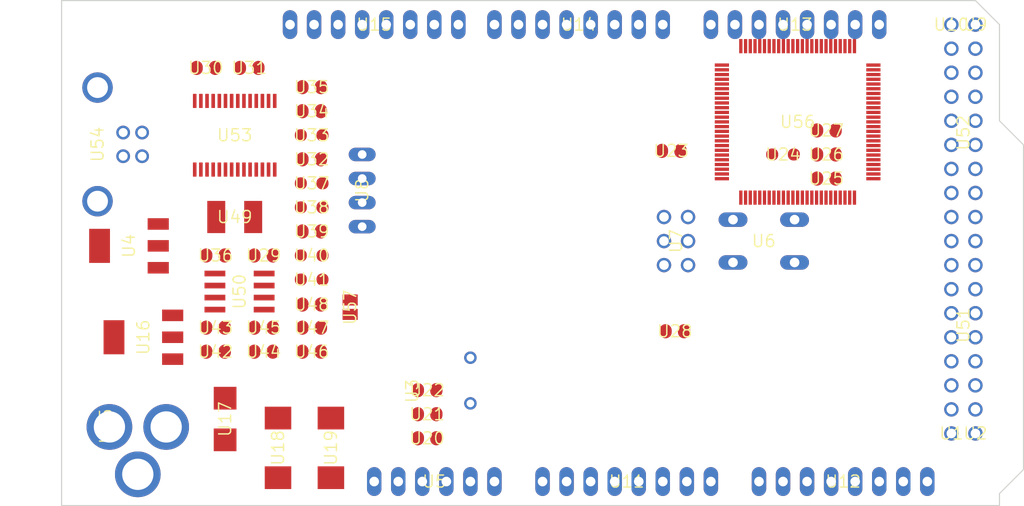
<source format=kicad_pcb>
(kicad_pcb (version 20221018) (generator pcbnew)
  (layers (0 "F.Cu" signal "Top") (31 "B.Cu" signal "Bottom") (34 "B.Paste" user) (35 "F.Paste" user) (36 "B.SilkS" user "B.Silkscreen") (37 "F.SilkS" user "F.Silkscreen") (38 "B.Mask" user) (39 "F.Mask" user) (44 "Edge.Cuts" user))
  (net 0 "")
  (net 1 "+5V")
  (net 2 "GND")
  (net 3 "N$6")
  (net 4 "N$7")
  (net 5 "AREF")
  (net 6 "RESET")
  (net 7 "VIN")
  (net 8 "N$3")
  (net 9 "PWRIN")
  (net 10 "M8RXD")
  (net 11 "M8TXD")
  (net 12 "ADC0")
  (net 13 "ADC2")
  (net 14 "ADC1")
  (net 15 "ADC3")
  (net 16 "ADC4")
  (net 17 "ADC5")
  (net 18 "ADC6")
  (net 19 "ADC7")
  (net 20 "+3V3")
  (net 21 "SDA")
  (net 22 "SCL")
  (net 23 "ADC9")
  (net 24 "ADC8")
  (net 25 "ADC10")
  (net 26 "ADC11")
  (net 27 "ADC12")
  (net 28 "ADC13")
  (net 29 "ADC14")
  (net 30 "ADC15")
  (net 31 "PB3")
  (net 32 "PB2")
  (net 33 "PB1")
  (net 34 "PB5")
  (net 35 "PB4")
  (net 36 "PE5")
  (net 37 "PE4")
  (net 38 "PE3")
  (net 39 "PE1")
  (net 40 "PE0")
  (net 41 "N$15")
  (net 42 "N$53")
  (net 43 "N$54")
  (net 44 "N$55")
  (net 45 "D-")
  (net 46 "D+")
  (net 47 "N$60")
  (net 48 "DTR")
  (net 49 "USBVCC")
  (net 50 "N$2")
  (net 51 "N$4")
  (net 52 "GATE_CMD")
  (net 53 "CMP")
  (net 54 "PB6")
  (net 55 "PH3")
  (net 56 "PH4")
  (net 57 "PH5")
  (net 58 "PH6")
  (net 59 "PG5")
  (net 60 "RXD1")
  (net 61 "TXD1")
  (net 62 "RXD2")
  (net 63 "RXD3")
  (net 64 "TXD2")
  (net 65 "TXD3")
  (net 66 "PC0")
  (net 67 "PC1")
  (net 68 "PC2")
  (net 69 "PC3")
  (net 70 "PC4")
  (net 71 "PC5")
  (net 72 "PC6")
  (net 73 "PC7")
  (net 74 "PB0")
  (net 75 "PG0")
  (net 76 "PG1")
  (net 77 "PG2")
  (net 78 "PD7")
  (net 79 "PA0")
  (net 80 "PA1")
  (net 81 "PA2")
  (net 82 "PA3")
  (net 83 "PA4")
  (net 84 "PA5")
  (net 85 "PA6")
  (net 86 "PA7")
  (net 87 "PL0")
  (net 88 "PL1")
  (net 89 "PL2")
  (net 90 "PL3")
  (net 91 "PL4")
  (net 92 "PL5")
  (net 93 "PL6")
  (net 94 "PL7")
  (net 95 "PB7")
  (net 96 "CTS")
  (net 97 "DSR")
  (net 98 "DCD")
  (net 99 "RI")
  (footprint "Arduino_MEGA_Reference_Design:2X03" (layer "F.Cu") (at 162.5981 103.7336 -90)
    (fp_text reference "U7")
    (fp_text value "")
  )
  (footprint "Arduino_MEGA_Reference_Design:1X08" (layer "F.Cu") (at 152.3111 80.8736 180)
    (fp_text reference "U14")
    (fp_text value "")
  )
  (footprint "Arduino_MEGA_Reference_Design:1X08" (layer "F.Cu") (at 130.7211 80.8736 180)
    (fp_text reference "U15")
    (fp_text value "")
  )
  (footprint "Arduino_MEGA_Reference_Design:SMC_D" (layer "F.Cu") (at 120.5611 125.5776 -90)
    (fp_text reference "U18")
    (fp_text value "")
  )
  (footprint "Arduino_MEGA_Reference_Design:SMC_D" (layer "F.Cu") (at 126.1491 125.5776 -90)
    (fp_text reference "U19")
    (fp_text value "")
  )
  (footprint "Arduino_MEGA_Reference_Design:B3F-10XX" (layer "F.Cu") (at 171.8691 103.7336 180)
    (fp_text reference "U6")
    (fp_text value "")
  )
  (footprint "Arduino_MEGA_Reference_Design:0805RND" (layer "F.Cu") (at 173.9011 94.5896 180)
    (fp_text reference "U24")
    (fp_text value "")
  )
  (footprint "Arduino_MEGA_Reference_Design:SMB" (layer "F.Cu") (at 114.9731 122.5296 -90)
    (fp_text reference "U17")
    (fp_text value "")
  )
  (footprint "Arduino_MEGA_Reference_Design:DC-21MM" (layer "F.Cu") (at 103.0351 123.2916 90)
    (fp_text reference "U55")
    (fp_text value "")
  )
  (footprint "Arduino_MEGA_Reference_Design:HC49_S" (layer "F.Cu") (at 140.8811 118.4656 90)
    (fp_text reference "U3")
    (fp_text value "")
  )
  (footprint "Arduino_MEGA_Reference_Design:SOT223" (layer "F.Cu") (at 106.3371 113.8936 90)
    (fp_text reference "U16")
    (fp_text value "")
  )
  (footprint "Arduino_MEGA_Reference_Design:1X06" (layer "F.Cu") (at 137.0711 129.1336)
    (fp_text reference "U5")
    (fp_text value "")
  )
  (footprint "Arduino_MEGA_Reference_Design:C0805RND" (layer "F.Cu") (at 124.1171 87.4776)
    (fp_text reference "U35")
    (fp_text value "")
  )
  (footprint "Arduino_MEGA_Reference_Design:C0805RND" (layer "F.Cu") (at 162.4711 113.2586)
    (fp_text reference "U28")
    (fp_text value "")
  )
  (footprint "Arduino_MEGA_Reference_Design:C0805RND" (layer "F.Cu") (at 136.3091 122.0216)
    (fp_text reference "U21")
    (fp_text value "")
  )
  (footprint "Arduino_MEGA_Reference_Design:C0805RND" (layer "F.Cu") (at 136.3091 119.4816)
    (fp_text reference "U22")
    (fp_text value "")
  )
  (footprint "Arduino_MEGA_Reference_Design:C0805RND" (layer "F.Cu") (at 113.9571 112.8776)
    (fp_text reference "U43")
    (fp_text value "")
  )
  (footprint "Arduino_MEGA_Reference_Design:RCL_0805RND" (layer "F.Cu") (at 124.1171 105.2576)
    (fp_text reference "U40")
    (fp_text value "")
  )
  (footprint "Arduino_MEGA_Reference_Design:RCL_0805RND" (layer "F.Cu") (at 124.1171 107.7976)
    (fp_text reference "U41")
    (fp_text value "")
  )
  (footprint "Arduino_MEGA_Reference_Design:1X08" (layer "F.Cu") (at 157.3911 129.1336)
    (fp_text reference "U11")
    (fp_text value "")
  )
  (footprint "Arduino_MEGA_Reference_Design:1X08" (layer "F.Cu") (at 175.1711 80.8736 180)
    (fp_text reference "U13")
    (fp_text value "")
  )
  (footprint "Arduino_MEGA_Reference_Design:R0805RND" (layer "F.Cu") (at 178.4731 94.5896 180)
    (fp_text reference "U26")
    (fp_text value "")
  )
  (footprint "Arduino_MEGA_Reference_Design:R0805RND" (layer "F.Cu") (at 178.4731 92.0496 180)
    (fp_text reference "U27")
    (fp_text value "")
  )
  (footprint "Arduino_MEGA_Reference_Design:TQFP100" (layer "F.Cu") (at 175.44281005859375 91.14759826660156 0)
    (fp_text reference "U56")
    (fp_text value "")
  )
  (footprint "Arduino_MEGA_Reference_Design:C0805RND" (layer "F.Cu") (at 162.0901 94.2086 180)
    (fp_text reference "U23")
    (fp_text value "")
  )
  (footprint "Arduino_MEGA_Reference_Design:C0805RND" (layer "F.Cu") (at 136.3091 124.5616)
    (fp_text reference "U20")
    (fp_text value "")
  )
  (footprint "Arduino_MEGA_Reference_Design:1X08" (layer "F.Cu") (at 180.2511 129.1336)
    (fp_text reference "U12")
    (fp_text value "")
  )
  (footprint "Arduino_MEGA_Reference_Design:R0805RND" (layer "F.Cu") (at 124.1171 112.8776)
    (fp_text reference "U47")
    (fp_text value "")
  )
  (footprint "Arduino_MEGA_Reference_Design:C0805RND" (layer "F.Cu") (at 124.1171 115.4176)
    (fp_text reference "U46")
    (fp_text value "")
  )
  (footprint "Arduino_MEGA_Reference_Design:C0805RND" (layer "F.Cu") (at 113.9571 105.2576)
    (fp_text reference "U36")
    (fp_text value "")
  )
  (footprint "Arduino_MEGA_Reference_Design:C0805RND" (layer "F.Cu") (at 112.9411 85.4456)
    (fp_text reference "U30")
    (fp_text value "")
  )
  (footprint "Arduino_MEGA_Reference_Design:0805RND" (layer "F.Cu") (at 124.1171 100.1776 180)
    (fp_text reference "U38")
    (fp_text value "")
  )
  (footprint "Arduino_MEGA_Reference_Design:0805RND" (layer "F.Cu") (at 124.1171 97.6376 180)
    (fp_text reference "U37")
    (fp_text value "")
  )
  (footprint "Arduino_MEGA_Reference_Design:R0805RND" (layer "F.Cu") (at 124.1171 95.0976)
    (fp_text reference "U32")
    (fp_text value "")
  )
  (footprint "Arduino_MEGA_Reference_Design:R0805RND" (layer "F.Cu") (at 124.1171 102.7176)
    (fp_text reference "U39")
    (fp_text value "")
  )
  (footprint "Arduino_MEGA_Reference_Design:SSOP28" (layer "F.Cu") (at 115.9891 92.5576)
    (fp_text reference "U53")
    (fp_text value "")
  )
  (footprint "Arduino_MEGA_Reference_Design:PN61729" (layer "F.Cu") (at 98.9584 93.5228 -90)
    (fp_text reference "U54")
    (fp_text value "")
  )
  (footprint "Arduino_MEGA_Reference_Design:L1812" (layer "F.Cu") (at 115.9891 101.1936)
    (fp_text reference "U49")
    (fp_text value "")
  )
  (footprint "Arduino_MEGA_Reference_Design:C0805RND" (layer "F.Cu") (at 117.5131 85.4456)
    (fp_text reference "U31")
    (fp_text value "")
  )
  (footprint "Arduino_MEGA_Reference_Design:0805RND" (layer "F.Cu") (at 124.1171 92.5576 180)
    (fp_text reference "U33")
    (fp_text value "")
  )
  (footprint "Arduino_MEGA_Reference_Design:R0805RND" (layer "F.Cu") (at 124.1171 90.0176 180)
    (fp_text reference "U34")
    (fp_text value "")
  )
  (footprint "Arduino_MEGA_Reference_Design:C0805RND" (layer "F.Cu") (at 124.1171 110.4392 180)
    (fp_text reference "U48")
    (fp_text value "")
  )
  (footprint "Arduino_MEGA_Reference_Design:SOT223" (layer "F.Cu") (at 104.8131 104.2416 90)
    (fp_text reference "U4")
    (fp_text value "")
  )
  (footprint "Arduino_MEGA_Reference_Design:SO08" (layer "F.Cu") (at 116.4971 109.0676 -90)
    (fp_text reference "U50")
    (fp_text value "")
  )
  (footprint "Arduino_MEGA_Reference_Design:R0805RND" (layer "F.Cu") (at 113.9571 115.4176 180)
    (fp_text reference "U42")
    (fp_text value "")
  )
  (footprint "Arduino_MEGA_Reference_Design:R0805RND" (layer "F.Cu") (at 119.0371 112.8776 180)
    (fp_text reference "U45")
    (fp_text value "")
  )
  (footprint "Arduino_MEGA_Reference_Design:C0805RND" (layer "F.Cu") (at 119.0371 115.4176 180)
    (fp_text reference "U44")
    (fp_text value "")
  )
  (footprint "Arduino_MEGA_Reference_Design:C0805RND" (layer "F.Cu") (at 119.0371 105.2576)
    (fp_text reference "U29")
    (fp_text value "")
  )
  (footprint "Arduino_MEGA_Reference_Design:2X08" (layer "F.Cu") (at 192.9511 92.3036 90)
    (fp_text reference "U52")
    (fp_text value "")
  )
  (footprint "Arduino_MEGA_Reference_Design:2X08" (layer "F.Cu") (at 192.9511 112.6236 90)
    (fp_text reference "U51")
    (fp_text value "")
  )
  (footprint "Arduino_MEGA_Reference_Design:R0805RND" (layer "F.Cu") (at 178.4731 97.1296 180)
    (fp_text reference "U25")
    (fp_text value "")
  )
  (footprint "Arduino_MEGA_Reference_Design:1X01" (layer "F.Cu") (at 191.6811 80.8736)
    (fp_text reference "U10")
    (fp_text value "")
  )
  (footprint "Arduino_MEGA_Reference_Design:1X01" (layer "F.Cu") (at 194.2211 80.8736)
    (fp_text reference "U9")
    (fp_text value "")
  )
  (footprint "Arduino_MEGA_Reference_Design:1X01" (layer "F.Cu") (at 191.6811 124.0536)
    (fp_text reference "U1")
    (fp_text value "")
  )
  (footprint "Arduino_MEGA_Reference_Design:1X01" (layer "F.Cu") (at 194.2211 124.0536)
    (fp_text reference "U2")
    (fp_text value "")
  )
  (footprint "Arduino_MEGA_Reference_Design:SJ" (layer "F.Cu") (at 128.1811 110.7186 -90)
    (fp_text reference "U57")
    (fp_text value "")
  )
  (footprint "Arduino_MEGA_Reference_Design:JP4" (layer "F.Cu") (at 129.4511 98.3996 -90)
    (fp_text reference "U8")
    (fp_text value "")
  )
  (gr_line (start 196.7611 80.8736) (end 196.7611 91.0336) (layer "Edge.Cuts") (width 0.12))
  (gr_line (start 196.7611 130.4036) (end 196.7611 131.6736) (layer "Edge.Cuts") (width 0.12))
  (gr_line (start 194.2211 78.3336) (end 196.7611 80.8736) (layer "Edge.Cuts") (width 0.12))
  (gr_line (start 97.7011 78.3336) (end 194.2211 78.3336) (layer "Edge.Cuts") (width 0.12))
  (gr_line (start 196.7611 91.0336) (end 199.3011 93.5736) (layer "Edge.Cuts") (width 0.12))
  (gr_line (start 97.7011 131.6736) (end 97.7011 78.3336) (layer "Edge.Cuts") (width 0.12))
  (gr_line (start 196.7611 131.6736) (end 97.7011 131.6736) (layer "Edge.Cuts") (width 0.12))
  (gr_line (start 199.3011 93.5736) (end 199.3011 127.8636) (layer "Edge.Cuts") (width 0.12))
  (gr_line (start 199.3011 127.8636) (end 196.7611 130.4036) (layer "Edge.Cuts") (width 0.12))
)
</source>
